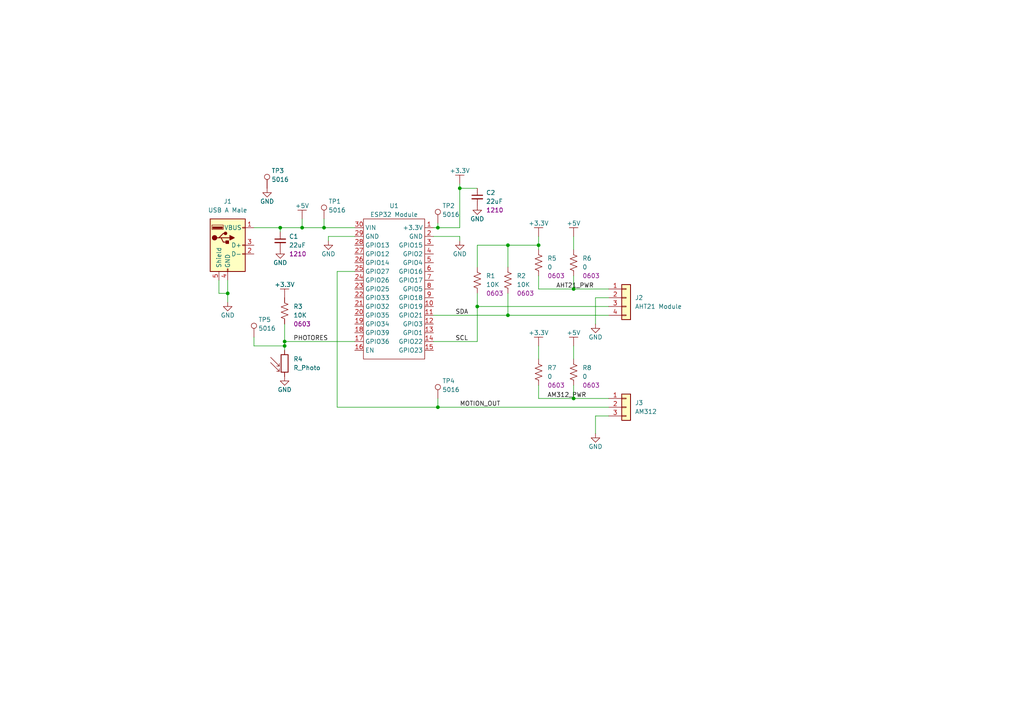
<source format=kicad_sch>
(kicad_sch (version 20230121) (generator eeschema)

  (uuid 6ee899f6-4393-4520-a0fe-b9d7fb33288b)

  (paper "A4")

  (lib_symbols
    (symbol "Connector:TestPoint" (pin_numbers hide) (pin_names (offset 0.762) hide) (in_bom yes) (on_board yes)
      (property "Reference" "TP" (at 0 6.858 0)
        (effects (font (size 1.27 1.27)))
      )
      (property "Value" "TestPoint" (at 0 5.08 0)
        (effects (font (size 1.27 1.27)))
      )
      (property "Footprint" "" (at 5.08 0 0)
        (effects (font (size 1.27 1.27)) hide)
      )
      (property "Datasheet" "~" (at 5.08 0 0)
        (effects (font (size 1.27 1.27)) hide)
      )
      (property "ki_keywords" "test point tp" (at 0 0 0)
        (effects (font (size 1.27 1.27)) hide)
      )
      (property "ki_description" "test point" (at 0 0 0)
        (effects (font (size 1.27 1.27)) hide)
      )
      (property "ki_fp_filters" "Pin* Test*" (at 0 0 0)
        (effects (font (size 1.27 1.27)) hide)
      )
      (symbol "TestPoint_0_1"
        (circle (center 0 3.302) (radius 0.762)
          (stroke (width 0) (type default))
          (fill (type none))
        )
      )
      (symbol "TestPoint_1_1"
        (pin passive line (at 0 0 90) (length 2.54)
          (name "1" (effects (font (size 1.27 1.27))))
          (number "1" (effects (font (size 1.27 1.27))))
        )
      )
    )
    (symbol "Connector:USB_A" (pin_names (offset 1.016)) (in_bom yes) (on_board yes)
      (property "Reference" "J" (at -5.08 11.43 0)
        (effects (font (size 1.27 1.27)) (justify left))
      )
      (property "Value" "USB_A" (at -5.08 8.89 0)
        (effects (font (size 1.27 1.27)) (justify left))
      )
      (property "Footprint" "" (at 3.81 -1.27 0)
        (effects (font (size 1.27 1.27)) hide)
      )
      (property "Datasheet" " ~" (at 3.81 -1.27 0)
        (effects (font (size 1.27 1.27)) hide)
      )
      (property "ki_keywords" "connector USB" (at 0 0 0)
        (effects (font (size 1.27 1.27)) hide)
      )
      (property "ki_description" "USB Type A connector" (at 0 0 0)
        (effects (font (size 1.27 1.27)) hide)
      )
      (property "ki_fp_filters" "USB*" (at 0 0 0)
        (effects (font (size 1.27 1.27)) hide)
      )
      (symbol "USB_A_0_1"
        (rectangle (start -5.08 -7.62) (end 5.08 7.62)
          (stroke (width 0.254) (type default))
          (fill (type background))
        )
        (circle (center -3.81 2.159) (radius 0.635)
          (stroke (width 0.254) (type default))
          (fill (type outline))
        )
        (rectangle (start -1.524 4.826) (end -4.318 5.334)
          (stroke (width 0) (type default))
          (fill (type outline))
        )
        (rectangle (start -1.27 4.572) (end -4.572 5.842)
          (stroke (width 0) (type default))
          (fill (type none))
        )
        (circle (center -0.635 3.429) (radius 0.381)
          (stroke (width 0.254) (type default))
          (fill (type outline))
        )
        (rectangle (start -0.127 -7.62) (end 0.127 -6.858)
          (stroke (width 0) (type default))
          (fill (type none))
        )
        (polyline
          (pts
            (xy -3.175 2.159)
            (xy -2.54 2.159)
            (xy -1.27 3.429)
            (xy -0.635 3.429)
          )
          (stroke (width 0.254) (type default))
          (fill (type none))
        )
        (polyline
          (pts
            (xy -2.54 2.159)
            (xy -1.905 2.159)
            (xy -1.27 0.889)
            (xy 0 0.889)
          )
          (stroke (width 0.254) (type default))
          (fill (type none))
        )
        (polyline
          (pts
            (xy 0.635 2.794)
            (xy 0.635 1.524)
            (xy 1.905 2.159)
            (xy 0.635 2.794)
          )
          (stroke (width 0.254) (type default))
          (fill (type outline))
        )
        (rectangle (start 0.254 1.27) (end -0.508 0.508)
          (stroke (width 0.254) (type default))
          (fill (type outline))
        )
        (rectangle (start 5.08 -2.667) (end 4.318 -2.413)
          (stroke (width 0) (type default))
          (fill (type none))
        )
        (rectangle (start 5.08 -0.127) (end 4.318 0.127)
          (stroke (width 0) (type default))
          (fill (type none))
        )
        (rectangle (start 5.08 4.953) (end 4.318 5.207)
          (stroke (width 0) (type default))
          (fill (type none))
        )
      )
      (symbol "USB_A_1_1"
        (polyline
          (pts
            (xy -1.905 2.159)
            (xy 0.635 2.159)
          )
          (stroke (width 0.254) (type default))
          (fill (type none))
        )
        (pin power_in line (at 7.62 5.08 180) (length 2.54)
          (name "VBUS" (effects (font (size 1.27 1.27))))
          (number "1" (effects (font (size 1.27 1.27))))
        )
        (pin bidirectional line (at 7.62 -2.54 180) (length 2.54)
          (name "D-" (effects (font (size 1.27 1.27))))
          (number "2" (effects (font (size 1.27 1.27))))
        )
        (pin bidirectional line (at 7.62 0 180) (length 2.54)
          (name "D+" (effects (font (size 1.27 1.27))))
          (number "3" (effects (font (size 1.27 1.27))))
        )
        (pin power_in line (at 0 -10.16 90) (length 2.54)
          (name "GND" (effects (font (size 1.27 1.27))))
          (number "4" (effects (font (size 1.27 1.27))))
        )
        (pin passive line (at -2.54 -10.16 90) (length 2.54)
          (name "Shield" (effects (font (size 1.27 1.27))))
          (number "5" (effects (font (size 1.27 1.27))))
        )
      )
    )
    (symbol "Connector_Generic:Conn_01x03" (pin_names (offset 1.016) hide) (in_bom yes) (on_board yes)
      (property "Reference" "J" (at 0 5.08 0)
        (effects (font (size 1.27 1.27)))
      )
      (property "Value" "Conn_01x03" (at 0 -5.08 0)
        (effects (font (size 1.27 1.27)))
      )
      (property "Footprint" "" (at 0 0 0)
        (effects (font (size 1.27 1.27)) hide)
      )
      (property "Datasheet" "~" (at 0 0 0)
        (effects (font (size 1.27 1.27)) hide)
      )
      (property "ki_keywords" "connector" (at 0 0 0)
        (effects (font (size 1.27 1.27)) hide)
      )
      (property "ki_description" "Generic connector, single row, 01x03, script generated (kicad-library-utils/schlib/autogen/connector/)" (at 0 0 0)
        (effects (font (size 1.27 1.27)) hide)
      )
      (property "ki_fp_filters" "Connector*:*_1x??_*" (at 0 0 0)
        (effects (font (size 1.27 1.27)) hide)
      )
      (symbol "Conn_01x03_1_1"
        (rectangle (start -1.27 -2.413) (end 0 -2.667)
          (stroke (width 0.1524) (type default))
          (fill (type none))
        )
        (rectangle (start -1.27 0.127) (end 0 -0.127)
          (stroke (width 0.1524) (type default))
          (fill (type none))
        )
        (rectangle (start -1.27 2.667) (end 0 2.413)
          (stroke (width 0.1524) (type default))
          (fill (type none))
        )
        (rectangle (start -1.27 3.81) (end 1.27 -3.81)
          (stroke (width 0.254) (type default))
          (fill (type background))
        )
        (pin passive line (at -5.08 2.54 0) (length 3.81)
          (name "Pin_1" (effects (font (size 1.27 1.27))))
          (number "1" (effects (font (size 1.27 1.27))))
        )
        (pin passive line (at -5.08 0 0) (length 3.81)
          (name "Pin_2" (effects (font (size 1.27 1.27))))
          (number "2" (effects (font (size 1.27 1.27))))
        )
        (pin passive line (at -5.08 -2.54 0) (length 3.81)
          (name "Pin_3" (effects (font (size 1.27 1.27))))
          (number "3" (effects (font (size 1.27 1.27))))
        )
      )
    )
    (symbol "Connector_Generic:Conn_01x04" (pin_names (offset 1.016) hide) (in_bom yes) (on_board yes)
      (property "Reference" "J" (at 0 5.08 0)
        (effects (font (size 1.27 1.27)))
      )
      (property "Value" "Conn_01x04" (at 0 -7.62 0)
        (effects (font (size 1.27 1.27)))
      )
      (property "Footprint" "" (at 0 0 0)
        (effects (font (size 1.27 1.27)) hide)
      )
      (property "Datasheet" "~" (at 0 0 0)
        (effects (font (size 1.27 1.27)) hide)
      )
      (property "ki_keywords" "connector" (at 0 0 0)
        (effects (font (size 1.27 1.27)) hide)
      )
      (property "ki_description" "Generic connector, single row, 01x04, script generated (kicad-library-utils/schlib/autogen/connector/)" (at 0 0 0)
        (effects (font (size 1.27 1.27)) hide)
      )
      (property "ki_fp_filters" "Connector*:*_1x??_*" (at 0 0 0)
        (effects (font (size 1.27 1.27)) hide)
      )
      (symbol "Conn_01x04_1_1"
        (rectangle (start -1.27 -4.953) (end 0 -5.207)
          (stroke (width 0.1524) (type default))
          (fill (type none))
        )
        (rectangle (start -1.27 -2.413) (end 0 -2.667)
          (stroke (width 0.1524) (type default))
          (fill (type none))
        )
        (rectangle (start -1.27 0.127) (end 0 -0.127)
          (stroke (width 0.1524) (type default))
          (fill (type none))
        )
        (rectangle (start -1.27 2.667) (end 0 2.413)
          (stroke (width 0.1524) (type default))
          (fill (type none))
        )
        (rectangle (start -1.27 3.81) (end 1.27 -6.35)
          (stroke (width 0.254) (type default))
          (fill (type background))
        )
        (pin passive line (at -5.08 2.54 0) (length 3.81)
          (name "Pin_1" (effects (font (size 1.27 1.27))))
          (number "1" (effects (font (size 1.27 1.27))))
        )
        (pin passive line (at -5.08 0 0) (length 3.81)
          (name "Pin_2" (effects (font (size 1.27 1.27))))
          (number "2" (effects (font (size 1.27 1.27))))
        )
        (pin passive line (at -5.08 -2.54 0) (length 3.81)
          (name "Pin_3" (effects (font (size 1.27 1.27))))
          (number "3" (effects (font (size 1.27 1.27))))
        )
        (pin passive line (at -5.08 -5.08 0) (length 3.81)
          (name "Pin_4" (effects (font (size 1.27 1.27))))
          (number "4" (effects (font (size 1.27 1.27))))
        )
      )
    )
    (symbol "Device:C_Small" (pin_numbers hide) (pin_names (offset 0.254) hide) (in_bom yes) (on_board yes)
      (property "Reference" "C" (at 0.254 1.778 0)
        (effects (font (size 1.27 1.27)) (justify left))
      )
      (property "Value" "C_Small" (at 0.254 -2.032 0)
        (effects (font (size 1.27 1.27)) (justify left))
      )
      (property "Footprint" "" (at 0 0 0)
        (effects (font (size 1.27 1.27)) hide)
      )
      (property "Datasheet" "~" (at 0 0 0)
        (effects (font (size 1.27 1.27)) hide)
      )
      (property "ki_keywords" "capacitor cap" (at 0 0 0)
        (effects (font (size 1.27 1.27)) hide)
      )
      (property "ki_description" "Unpolarized capacitor, small symbol" (at 0 0 0)
        (effects (font (size 1.27 1.27)) hide)
      )
      (property "ki_fp_filters" "C_*" (at 0 0 0)
        (effects (font (size 1.27 1.27)) hide)
      )
      (symbol "C_Small_0_1"
        (polyline
          (pts
            (xy -1.524 -0.508)
            (xy 1.524 -0.508)
          )
          (stroke (width 0.3302) (type default))
          (fill (type none))
        )
        (polyline
          (pts
            (xy -1.524 0.508)
            (xy 1.524 0.508)
          )
          (stroke (width 0.3048) (type default))
          (fill (type none))
        )
      )
      (symbol "C_Small_1_1"
        (pin passive line (at 0 2.54 270) (length 2.032)
          (name "~" (effects (font (size 1.27 1.27))))
          (number "1" (effects (font (size 1.27 1.27))))
        )
        (pin passive line (at 0 -2.54 90) (length 2.032)
          (name "~" (effects (font (size 1.27 1.27))))
          (number "2" (effects (font (size 1.27 1.27))))
        )
      )
    )
    (symbol "Device:R_Photo" (pin_numbers hide) (pin_names (offset 0)) (in_bom yes) (on_board yes)
      (property "Reference" "R" (at 1.27 1.27 0)
        (effects (font (size 1.27 1.27)) (justify left))
      )
      (property "Value" "R_Photo" (at 1.27 0 0)
        (effects (font (size 1.27 1.27)) (justify left top))
      )
      (property "Footprint" "" (at 1.27 -6.35 90)
        (effects (font (size 1.27 1.27)) (justify left) hide)
      )
      (property "Datasheet" "~" (at 0 -1.27 0)
        (effects (font (size 1.27 1.27)) hide)
      )
      (property "ki_keywords" "resistor variable light sensitive opto LDR" (at 0 0 0)
        (effects (font (size 1.27 1.27)) hide)
      )
      (property "ki_description" "Photoresistor" (at 0 0 0)
        (effects (font (size 1.27 1.27)) hide)
      )
      (property "ki_fp_filters" "*LDR* R?LDR*" (at 0 0 0)
        (effects (font (size 1.27 1.27)) hide)
      )
      (symbol "R_Photo_0_1"
        (rectangle (start -1.016 2.54) (end 1.016 -2.54)
          (stroke (width 0.254) (type default))
          (fill (type none))
        )
        (polyline
          (pts
            (xy -1.524 -2.286)
            (xy -4.064 0.254)
          )
          (stroke (width 0) (type default))
          (fill (type none))
        )
        (polyline
          (pts
            (xy -1.524 -2.286)
            (xy -2.286 -2.286)
          )
          (stroke (width 0) (type default))
          (fill (type none))
        )
        (polyline
          (pts
            (xy -1.524 -2.286)
            (xy -1.524 -1.524)
          )
          (stroke (width 0) (type default))
          (fill (type none))
        )
        (polyline
          (pts
            (xy -1.524 -0.762)
            (xy -4.064 1.778)
          )
          (stroke (width 0) (type default))
          (fill (type none))
        )
        (polyline
          (pts
            (xy -1.524 -0.762)
            (xy -2.286 -0.762)
          )
          (stroke (width 0) (type default))
          (fill (type none))
        )
        (polyline
          (pts
            (xy -1.524 -0.762)
            (xy -1.524 0)
          )
          (stroke (width 0) (type default))
          (fill (type none))
        )
      )
      (symbol "R_Photo_1_1"
        (pin passive line (at 0 3.81 270) (length 1.27)
          (name "~" (effects (font (size 1.27 1.27))))
          (number "1" (effects (font (size 1.27 1.27))))
        )
        (pin passive line (at 0 -3.81 90) (length 1.27)
          (name "~" (effects (font (size 1.27 1.27))))
          (number "2" (effects (font (size 1.27 1.27))))
        )
      )
    )
    (symbol "Device:R_US" (pin_numbers hide) (pin_names (offset 0)) (in_bom yes) (on_board yes)
      (property "Reference" "R" (at 2.54 0 90)
        (effects (font (size 1.27 1.27)))
      )
      (property "Value" "R_US" (at -2.54 0 90)
        (effects (font (size 1.27 1.27)))
      )
      (property "Footprint" "" (at 1.016 -0.254 90)
        (effects (font (size 1.27 1.27)) hide)
      )
      (property "Datasheet" "~" (at 0 0 0)
        (effects (font (size 1.27 1.27)) hide)
      )
      (property "ki_keywords" "R res resistor" (at 0 0 0)
        (effects (font (size 1.27 1.27)) hide)
      )
      (property "ki_description" "Resistor, US symbol" (at 0 0 0)
        (effects (font (size 1.27 1.27)) hide)
      )
      (property "ki_fp_filters" "R_*" (at 0 0 0)
        (effects (font (size 1.27 1.27)) hide)
      )
      (symbol "R_US_0_1"
        (polyline
          (pts
            (xy 0 -2.286)
            (xy 0 -2.54)
          )
          (stroke (width 0) (type default))
          (fill (type none))
        )
        (polyline
          (pts
            (xy 0 2.286)
            (xy 0 2.54)
          )
          (stroke (width 0) (type default))
          (fill (type none))
        )
        (polyline
          (pts
            (xy 0 -0.762)
            (xy 1.016 -1.143)
            (xy 0 -1.524)
            (xy -1.016 -1.905)
            (xy 0 -2.286)
          )
          (stroke (width 0) (type default))
          (fill (type none))
        )
        (polyline
          (pts
            (xy 0 0.762)
            (xy 1.016 0.381)
            (xy 0 0)
            (xy -1.016 -0.381)
            (xy 0 -0.762)
          )
          (stroke (width 0) (type default))
          (fill (type none))
        )
        (polyline
          (pts
            (xy 0 2.286)
            (xy 1.016 1.905)
            (xy 0 1.524)
            (xy -1.016 1.143)
            (xy 0 0.762)
          )
          (stroke (width 0) (type default))
          (fill (type none))
        )
      )
      (symbol "R_US_1_1"
        (pin passive line (at 0 3.81 270) (length 1.27)
          (name "~" (effects (font (size 1.27 1.27))))
          (number "1" (effects (font (size 1.27 1.27))))
        )
        (pin passive line (at 0 -3.81 90) (length 1.27)
          (name "~" (effects (font (size 1.27 1.27))))
          (number "2" (effects (font (size 1.27 1.27))))
        )
      )
    )
    (symbol "Jannett_Symbol_Library:+3.3V" (power) (pin_names (offset 0)) (in_bom yes) (on_board yes)
      (property "Reference" "#PWR" (at 0 -3.81 0)
        (effects (font (size 1.27 1.27)) hide)
      )
      (property "Value" "+3.3V" (at 0 3.81 0)
        (effects (font (size 1.27 1.27)))
      )
      (property "Footprint" "" (at 0 0 0)
        (effects (font (size 1.27 1.27)) hide)
      )
      (property "Datasheet" "" (at 0 0 0)
        (effects (font (size 1.27 1.27)) hide)
      )
      (property "ki_keywords" "power-flag" (at 0 0 0)
        (effects (font (size 1.27 1.27)) hide)
      )
      (property "ki_description" "Power symbol creates a global label with name \"+3.3V\"" (at 0 0 0)
        (effects (font (size 1.27 1.27)) hide)
      )
      (symbol "+3.3V_0_1"
        (polyline
          (pts
            (xy -1.27 2.54)
            (xy 1.27 2.54)
          )
          (stroke (width 0) (type default))
          (fill (type none))
        )
        (polyline
          (pts
            (xy 0 0)
            (xy 0 2.54)
          )
          (stroke (width 0) (type default))
          (fill (type none))
        )
      )
      (symbol "+3.3V_1_1"
        (pin power_in line (at 0 0 90) (length 0) hide
          (name "+3.3V" (effects (font (size 1.27 1.27))))
          (number "1" (effects (font (size 1.27 1.27))))
        )
      )
    )
    (symbol "Jannett_Symbol_Library:+5V" (power) (pin_names (offset 0)) (in_bom yes) (on_board yes)
      (property "Reference" "#PWR" (at 0 -3.81 0)
        (effects (font (size 1.27 1.27)) hide)
      )
      (property "Value" "+5V" (at 0 3.81 0)
        (effects (font (size 1.27 1.27)))
      )
      (property "Footprint" "" (at 0 0 0)
        (effects (font (size 1.27 1.27)) hide)
      )
      (property "Datasheet" "" (at 0 0 0)
        (effects (font (size 1.27 1.27)) hide)
      )
      (property "ki_keywords" "power-flag" (at 0 0 0)
        (effects (font (size 1.27 1.27)) hide)
      )
      (property "ki_description" "Power symbol creates a global label with name \"+5V\"" (at 0 0 0)
        (effects (font (size 1.27 1.27)) hide)
      )
      (symbol "+5V_0_1"
        (polyline
          (pts
            (xy -1.27 2.54)
            (xy 1.27 2.54)
          )
          (stroke (width 0) (type default))
          (fill (type none))
        )
        (polyline
          (pts
            (xy 0 0)
            (xy 0 2.54)
          )
          (stroke (width 0) (type default))
          (fill (type none))
        )
      )
      (symbol "+5V_1_1"
        (pin power_in line (at 0 0 90) (length 0) hide
          (name "+5V" (effects (font (size 1.27 1.27))))
          (number "1" (effects (font (size 1.27 1.27))))
        )
      )
    )
    (symbol "Jannett_Symbol_Library:ESP32_Module" (in_bom yes) (on_board yes)
      (property "Reference" "U" (at 0 0 0)
        (effects (font (size 1.27 1.27)))
      )
      (property "Value" "" (at 0 0 0)
        (effects (font (size 1.27 1.27)))
      )
      (property "Footprint" "Jarrett_Footprint_Library:ESP32_MODULE" (at 0 0 0)
        (effects (font (size 1.27 1.27)) hide)
      )
      (property "Datasheet" "" (at 0 0 0)
        (effects (font (size 1.27 1.27)) hide)
      )
      (symbol "ESP32_Module_0_1"
        (rectangle (start 0 -1.27) (end 17.78 -41.91)
          (stroke (width 0) (type default))
          (fill (type none))
        )
      )
      (symbol "ESP32_Module_1_1"
        (pin power_in line (at -2.54 -3.81 0) (length 2.54)
          (name "+3.3V" (effects (font (size 1.27 1.27))))
          (number "1" (effects (font (size 1.27 1.27))))
        )
        (pin bidirectional line (at -2.54 -26.67 0) (length 2.54)
          (name "GPIO19" (effects (font (size 1.27 1.27))))
          (number "10" (effects (font (size 1.27 1.27))))
        )
        (pin bidirectional line (at -2.54 -29.21 0) (length 2.54)
          (name "GPIO21" (effects (font (size 1.27 1.27))))
          (number "11" (effects (font (size 1.27 1.27))))
        )
        (pin bidirectional line (at -2.54 -31.75 0) (length 2.54)
          (name "GPIO3" (effects (font (size 1.27 1.27))))
          (number "12" (effects (font (size 1.27 1.27))))
        )
        (pin bidirectional line (at -2.54 -34.29 0) (length 2.54)
          (name "GPIO1" (effects (font (size 1.27 1.27))))
          (number "13" (effects (font (size 1.27 1.27))))
        )
        (pin bidirectional line (at -2.54 -36.83 0) (length 2.54)
          (name "GPIO22" (effects (font (size 1.27 1.27))))
          (number "14" (effects (font (size 1.27 1.27))))
        )
        (pin bidirectional line (at -2.54 -39.37 0) (length 2.54)
          (name "GPIO23" (effects (font (size 1.27 1.27))))
          (number "15" (effects (font (size 1.27 1.27))))
        )
        (pin bidirectional line (at 20.32 -39.37 180) (length 2.54)
          (name "EN" (effects (font (size 1.27 1.27))))
          (number "16" (effects (font (size 1.27 1.27))))
        )
        (pin bidirectional line (at 20.32 -36.83 180) (length 2.54)
          (name "GPIO36" (effects (font (size 1.27 1.27))))
          (number "17" (effects (font (size 1.27 1.27))))
        )
        (pin bidirectional line (at 20.32 -34.29 180) (length 2.54)
          (name "GPIO39" (effects (font (size 1.27 1.27))))
          (number "18" (effects (font (size 1.27 1.27))))
        )
        (pin bidirectional line (at 20.32 -31.75 180) (length 2.54)
          (name "GPIO34" (effects (font (size 1.27 1.27))))
          (number "19" (effects (font (size 1.27 1.27))))
        )
        (pin power_in line (at -2.54 -6.35 0) (length 2.54)
          (name "GND" (effects (font (size 1.27 1.27))))
          (number "2" (effects (font (size 1.27 1.27))))
        )
        (pin bidirectional line (at 20.32 -29.21 180) (length 2.54)
          (name "GPIO35" (effects (font (size 1.27 1.27))))
          (number "20" (effects (font (size 1.27 1.27))))
        )
        (pin bidirectional line (at 20.32 -26.67 180) (length 2.54)
          (name "GPIO32" (effects (font (size 1.27 1.27))))
          (number "21" (effects (font (size 1.27 1.27))))
        )
        (pin bidirectional line (at 20.32 -24.13 180) (length 2.54)
          (name "GPIO33" (effects (font (size 1.27 1.27))))
          (number "22" (effects (font (size 1.27 1.27))))
        )
        (pin bidirectional line (at 20.32 -21.59 180) (length 2.54)
          (name "GPIO25" (effects (font (size 1.27 1.27))))
          (number "23" (effects (font (size 1.27 1.27))))
        )
        (pin bidirectional line (at 20.32 -19.05 180) (length 2.54)
          (name "GPIO26" (effects (font (size 1.27 1.27))))
          (number "24" (effects (font (size 1.27 1.27))))
        )
        (pin bidirectional line (at 20.32 -16.51 180) (length 2.54)
          (name "GPIO27" (effects (font (size 1.27 1.27))))
          (number "25" (effects (font (size 1.27 1.27))))
        )
        (pin bidirectional line (at 20.32 -13.97 180) (length 2.54)
          (name "GPIO14" (effects (font (size 1.27 1.27))))
          (number "26" (effects (font (size 1.27 1.27))))
        )
        (pin bidirectional line (at 20.32 -11.43 180) (length 2.54)
          (name "GPIO12" (effects (font (size 1.27 1.27))))
          (number "27" (effects (font (size 1.27 1.27))))
        )
        (pin bidirectional line (at 20.32 -8.89 180) (length 2.54)
          (name "GPIO13" (effects (font (size 1.27 1.27))))
          (number "28" (effects (font (size 1.27 1.27))))
        )
        (pin power_in line (at 20.32 -6.35 180) (length 2.54)
          (name "GND" (effects (font (size 1.27 1.27))))
          (number "29" (effects (font (size 1.27 1.27))))
        )
        (pin bidirectional line (at -2.54 -8.89 0) (length 2.54)
          (name "GPIO15" (effects (font (size 1.27 1.27))))
          (number "3" (effects (font (size 1.27 1.27))))
        )
        (pin power_in line (at 20.32 -3.81 180) (length 2.54)
          (name "VIN" (effects (font (size 1.27 1.27))))
          (number "30" (effects (font (size 1.27 1.27))))
        )
        (pin bidirectional line (at -2.54 -11.43 0) (length 2.54)
          (name "GPIO2" (effects (font (size 1.27 1.27))))
          (number "4" (effects (font (size 1.27 1.27))))
        )
        (pin bidirectional line (at -2.54 -13.97 0) (length 2.54)
          (name "GPIO4" (effects (font (size 1.27 1.27))))
          (number "5" (effects (font (size 1.27 1.27))))
        )
        (pin bidirectional line (at -2.54 -16.51 0) (length 2.54)
          (name "GPIO16" (effects (font (size 1.27 1.27))))
          (number "6" (effects (font (size 1.27 1.27))))
        )
        (pin bidirectional line (at -2.54 -19.05 0) (length 2.54)
          (name "GPIO17" (effects (font (size 1.27 1.27))))
          (number "7" (effects (font (size 1.27 1.27))))
        )
        (pin bidirectional line (at -2.54 -21.59 0) (length 2.54)
          (name "GPIO5" (effects (font (size 1.27 1.27))))
          (number "8" (effects (font (size 1.27 1.27))))
        )
        (pin bidirectional line (at -2.54 -24.13 0) (length 2.54)
          (name "GPIO18" (effects (font (size 1.27 1.27))))
          (number "9" (effects (font (size 1.27 1.27))))
        )
      )
    )
    (symbol "power:GND" (power) (pin_names (offset 0)) (in_bom yes) (on_board yes)
      (property "Reference" "#PWR" (at 0 -6.35 0)
        (effects (font (size 1.27 1.27)) hide)
      )
      (property "Value" "GND" (at 0 -3.81 0)
        (effects (font (size 1.27 1.27)))
      )
      (property "Footprint" "" (at 0 0 0)
        (effects (font (size 1.27 1.27)) hide)
      )
      (property "Datasheet" "" (at 0 0 0)
        (effects (font (size 1.27 1.27)) hide)
      )
      (property "ki_keywords" "global power" (at 0 0 0)
        (effects (font (size 1.27 1.27)) hide)
      )
      (property "ki_description" "Power symbol creates a global label with name \"GND\" , ground" (at 0 0 0)
        (effects (font (size 1.27 1.27)) hide)
      )
      (symbol "GND_0_1"
        (polyline
          (pts
            (xy 0 0)
            (xy 0 -1.27)
            (xy 1.27 -1.27)
            (xy 0 -2.54)
            (xy -1.27 -1.27)
            (xy 0 -1.27)
          )
          (stroke (width 0) (type default))
          (fill (type none))
        )
      )
      (symbol "GND_1_1"
        (pin power_in line (at 0 0 270) (length 0) hide
          (name "GND" (effects (font (size 1.27 1.27))))
          (number "1" (effects (font (size 1.27 1.27))))
        )
      )
    )
  )

  (junction (at 87.63 66.04) (diameter 0) (color 0 0 0 0)
    (uuid 043ce810-eef4-4cb5-8a6e-3f9bc57e18a5)
  )
  (junction (at 138.43 88.9) (diameter 0) (color 0 0 0 0)
    (uuid 09449495-6efd-4ccf-8ee8-2b9931751f6d)
  )
  (junction (at 147.32 91.44) (diameter 0) (color 0 0 0 0)
    (uuid 0a3c594a-8d70-472b-98cd-6253f7f1124c)
  )
  (junction (at 166.37 83.82) (diameter 0) (color 0 0 0 0)
    (uuid 0be29085-38db-43ff-a8ce-cb1658be4b1b)
  )
  (junction (at 147.32 71.12) (diameter 0) (color 0 0 0 0)
    (uuid 0d5a3710-67ff-4fed-86d2-277ef75ca8df)
  )
  (junction (at 82.55 100.33) (diameter 0) (color 0 0 0 0)
    (uuid 154daa9d-9ed9-41c6-8bee-3b51e44ed778)
  )
  (junction (at 66.04 85.09) (diameter 0) (color 0 0 0 0)
    (uuid 2ee296c5-cb3d-4784-bf6d-3d23795e66b3)
  )
  (junction (at 93.98 66.04) (diameter 0) (color 0 0 0 0)
    (uuid 3a78e020-3b9d-4fb6-aa18-ff246d37fc85)
  )
  (junction (at 156.21 71.12) (diameter 0) (color 0 0 0 0)
    (uuid 4d691b87-9e9f-438b-ac02-fe35fd575758)
  )
  (junction (at 82.55 99.06) (diameter 0) (color 0 0 0 0)
    (uuid 4f54c68e-235d-47ee-825e-2f804ae9f303)
  )
  (junction (at 133.35 54.61) (diameter 0) (color 0 0 0 0)
    (uuid 536d5ba0-1664-4789-921b-ea3aa27c3698)
  )
  (junction (at 81.28 66.04) (diameter 0) (color 0 0 0 0)
    (uuid 5c778432-baf2-4a99-8279-5022ac4dfbc8)
  )
  (junction (at 127 118.11) (diameter 0) (color 0 0 0 0)
    (uuid 7928a8a7-75b6-4c4a-810b-7ec5c06ded16)
  )
  (junction (at 166.37 115.57) (diameter 0) (color 0 0 0 0)
    (uuid 8151fbb0-0e57-4ca5-abb0-601966cede97)
  )
  (junction (at 127 66.04) (diameter 0) (color 0 0 0 0)
    (uuid ce2b7088-8786-4812-a2c5-119398c813f5)
  )

  (wire (pts (xy 63.5 85.09) (xy 63.5 81.28))
    (stroke (width 0) (type default))
    (uuid 0223d17d-b4bd-479c-946f-ce336becd0cd)
  )
  (wire (pts (xy 156.21 68.58) (xy 156.21 71.12))
    (stroke (width 0) (type default))
    (uuid 0a4feeab-9ff1-485e-93a5-57ed077c14d6)
  )
  (wire (pts (xy 133.35 54.61) (xy 133.35 66.04))
    (stroke (width 0) (type default))
    (uuid 0b8c55e3-68d8-462d-b86b-21a8bfb65c67)
  )
  (wire (pts (xy 138.43 77.47) (xy 138.43 71.12))
    (stroke (width 0) (type default))
    (uuid 1627e34b-b2ef-463f-ac30-2fd36168ebb1)
  )
  (wire (pts (xy 176.53 120.65) (xy 172.72 120.65))
    (stroke (width 0) (type default))
    (uuid 16b9589a-e631-4c4b-b704-972fd4cff870)
  )
  (wire (pts (xy 97.79 78.74) (xy 97.79 118.11))
    (stroke (width 0) (type default))
    (uuid 1c3c6454-f2d4-4c66-b0c5-5a5c907bfd6c)
  )
  (wire (pts (xy 81.28 66.04) (xy 87.63 66.04))
    (stroke (width 0) (type default))
    (uuid 21c3cf5c-a82e-4a67-9365-e0dc687fdf1d)
  )
  (wire (pts (xy 102.87 78.74) (xy 97.79 78.74))
    (stroke (width 0) (type default))
    (uuid 22ff0c5a-ac2a-41cd-9343-12ecefe353a9)
  )
  (wire (pts (xy 93.98 66.04) (xy 102.87 66.04))
    (stroke (width 0) (type default))
    (uuid 2425ff91-6e93-4032-9b6f-529c20fc46e7)
  )
  (wire (pts (xy 166.37 100.33) (xy 166.37 104.14))
    (stroke (width 0) (type default))
    (uuid 265ead2b-dd95-4890-9e14-7a220ae8ff63)
  )
  (wire (pts (xy 73.66 100.33) (xy 82.55 100.33))
    (stroke (width 0) (type default))
    (uuid 27d2d433-8b7b-4780-b808-59ef7e8a0224)
  )
  (wire (pts (xy 82.55 93.98) (xy 82.55 99.06))
    (stroke (width 0) (type default))
    (uuid 2945407a-d3bb-4962-b11d-867ad6fe9e3d)
  )
  (wire (pts (xy 166.37 83.82) (xy 166.37 80.01))
    (stroke (width 0) (type default))
    (uuid 30eacbd2-1874-4259-83f3-2659556e34bf)
  )
  (wire (pts (xy 172.72 86.36) (xy 172.72 93.98))
    (stroke (width 0) (type default))
    (uuid 3ebbeb8a-888c-4de0-9022-20e682c49540)
  )
  (wire (pts (xy 125.73 66.04) (xy 127 66.04))
    (stroke (width 0) (type default))
    (uuid 45892298-fd4c-4a5e-9ab2-9252f487b28c)
  )
  (wire (pts (xy 156.21 83.82) (xy 166.37 83.82))
    (stroke (width 0) (type default))
    (uuid 4a704be1-8f2a-4265-9cd7-f10920632ecf)
  )
  (wire (pts (xy 138.43 85.09) (xy 138.43 88.9))
    (stroke (width 0) (type default))
    (uuid 4e681476-6686-4283-95bf-e811fcaf0b3f)
  )
  (wire (pts (xy 102.87 68.58) (xy 95.25 68.58))
    (stroke (width 0) (type default))
    (uuid 589c3ed2-e9dc-4849-9de2-b16efbed3ba6)
  )
  (wire (pts (xy 156.21 111.76) (xy 156.21 115.57))
    (stroke (width 0) (type default))
    (uuid 5b13262c-cfc1-496f-ba8f-bb76a2876b65)
  )
  (wire (pts (xy 166.37 115.57) (xy 166.37 111.76))
    (stroke (width 0) (type default))
    (uuid 663f0546-9752-4c52-ac81-a028e8bae65f)
  )
  (wire (pts (xy 82.55 99.06) (xy 82.55 100.33))
    (stroke (width 0) (type default))
    (uuid 66c0e27f-fa1c-45f1-97fa-57b47f646e3e)
  )
  (wire (pts (xy 66.04 81.28) (xy 66.04 85.09))
    (stroke (width 0) (type default))
    (uuid 6f0d1c5f-3434-4fcc-a649-ca07963369ae)
  )
  (wire (pts (xy 156.21 115.57) (xy 166.37 115.57))
    (stroke (width 0) (type default))
    (uuid 6fb4d936-a3dd-497c-9a9e-c412b49c5a32)
  )
  (wire (pts (xy 172.72 120.65) (xy 172.72 125.73))
    (stroke (width 0) (type default))
    (uuid 723875e4-6b41-4fb3-95ae-5082a9cfcb8f)
  )
  (wire (pts (xy 133.35 68.58) (xy 133.35 69.85))
    (stroke (width 0) (type default))
    (uuid 7396940d-3c73-4cdb-b41c-0a839fda32b3)
  )
  (wire (pts (xy 147.32 71.12) (xy 147.32 77.47))
    (stroke (width 0) (type default))
    (uuid 7846a41d-285e-401b-a863-e216320515e7)
  )
  (wire (pts (xy 156.21 100.33) (xy 156.21 104.14))
    (stroke (width 0) (type default))
    (uuid 78adee46-dfb0-40e6-91c0-17c31c38a1f7)
  )
  (wire (pts (xy 138.43 88.9) (xy 176.53 88.9))
    (stroke (width 0) (type default))
    (uuid 7f9d852a-0080-4964-904d-a33af596efc7)
  )
  (wire (pts (xy 66.04 85.09) (xy 63.5 85.09))
    (stroke (width 0) (type default))
    (uuid 801b162d-fcc1-43ee-9f03-c3310ee945eb)
  )
  (wire (pts (xy 176.53 86.36) (xy 172.72 86.36))
    (stroke (width 0) (type default))
    (uuid 82a89c1f-ea2d-4741-b553-b3eb35f120c0)
  )
  (wire (pts (xy 166.37 83.82) (xy 176.53 83.82))
    (stroke (width 0) (type default))
    (uuid 83243e2b-7baf-4097-ac8d-1ec8196954b6)
  )
  (wire (pts (xy 156.21 80.01) (xy 156.21 83.82))
    (stroke (width 0) (type default))
    (uuid 8454de7b-e2da-40e8-b9e1-dd9307457884)
  )
  (wire (pts (xy 125.73 91.44) (xy 147.32 91.44))
    (stroke (width 0) (type default))
    (uuid 8b80b095-c0d9-4c36-92be-ee41e9638387)
  )
  (wire (pts (xy 127 118.11) (xy 176.53 118.11))
    (stroke (width 0) (type default))
    (uuid 948634eb-d690-44f8-ab04-5dc6667133db)
  )
  (wire (pts (xy 127 115.57) (xy 127 118.11))
    (stroke (width 0) (type default))
    (uuid 9719dc23-98a6-4d43-8dfb-924f2cc36ad3)
  )
  (wire (pts (xy 82.55 100.33) (xy 82.55 101.6))
    (stroke (width 0) (type default))
    (uuid 99ac19c2-d87d-43c7-a80b-f78443f401a4)
  )
  (wire (pts (xy 138.43 88.9) (xy 138.43 99.06))
    (stroke (width 0) (type default))
    (uuid 9d4ca02b-063a-4775-a217-15a278a3a94d)
  )
  (wire (pts (xy 87.63 66.04) (xy 93.98 66.04))
    (stroke (width 0) (type default))
    (uuid a593ee0b-ef05-4174-aea3-7a36b94dfb76)
  )
  (wire (pts (xy 125.73 68.58) (xy 133.35 68.58))
    (stroke (width 0) (type default))
    (uuid a650287b-658f-4431-84ac-2fac632f39f2)
  )
  (wire (pts (xy 93.98 63.5) (xy 93.98 66.04))
    (stroke (width 0) (type default))
    (uuid aca93946-7137-4993-b75e-585e35251cf5)
  )
  (wire (pts (xy 156.21 71.12) (xy 156.21 72.39))
    (stroke (width 0) (type default))
    (uuid ada28ba4-2dab-4a8f-9bef-defc2ee3ce77)
  )
  (wire (pts (xy 127 66.04) (xy 133.35 66.04))
    (stroke (width 0) (type default))
    (uuid af0b045a-39b5-454c-bc7a-f179dc46d50d)
  )
  (wire (pts (xy 73.66 66.04) (xy 81.28 66.04))
    (stroke (width 0) (type default))
    (uuid b2e4045d-9a39-47f3-82a9-4c46d343aefb)
  )
  (wire (pts (xy 138.43 71.12) (xy 147.32 71.12))
    (stroke (width 0) (type default))
    (uuid b4751cf5-4b47-4647-bfef-8c5105db7556)
  )
  (wire (pts (xy 166.37 115.57) (xy 176.53 115.57))
    (stroke (width 0) (type default))
    (uuid b9edcb22-8770-4337-b660-cd1879493cc0)
  )
  (wire (pts (xy 125.73 99.06) (xy 138.43 99.06))
    (stroke (width 0) (type default))
    (uuid bbbd880f-c10d-48aa-907c-0d708e0e2fac)
  )
  (wire (pts (xy 66.04 85.09) (xy 66.04 87.63))
    (stroke (width 0) (type default))
    (uuid bbcfb936-88b8-4928-ac87-a1e9d346378a)
  )
  (wire (pts (xy 95.25 68.58) (xy 95.25 69.85))
    (stroke (width 0) (type default))
    (uuid bc4fa1b1-c076-4bde-94b1-7ea48bd80050)
  )
  (wire (pts (xy 147.32 85.09) (xy 147.32 91.44))
    (stroke (width 0) (type default))
    (uuid c02ee42c-68aa-486b-bf03-aa1b07f1448f)
  )
  (wire (pts (xy 87.63 63.5) (xy 87.63 66.04))
    (stroke (width 0) (type default))
    (uuid cb15dc49-9647-4be2-812f-dd3a45440228)
  )
  (wire (pts (xy 81.28 66.04) (xy 81.28 67.31))
    (stroke (width 0) (type default))
    (uuid ce62eada-d31e-4621-a1e2-d55230700694)
  )
  (wire (pts (xy 147.32 91.44) (xy 176.53 91.44))
    (stroke (width 0) (type default))
    (uuid da463e13-69c9-4498-9066-3c82d5355a75)
  )
  (wire (pts (xy 73.66 97.79) (xy 73.66 100.33))
    (stroke (width 0) (type default))
    (uuid dcd348da-bbf7-4a67-88c4-252b87706b54)
  )
  (wire (pts (xy 97.79 118.11) (xy 127 118.11))
    (stroke (width 0) (type default))
    (uuid e97627c8-4648-470f-9c28-65e9742ace74)
  )
  (wire (pts (xy 147.32 71.12) (xy 156.21 71.12))
    (stroke (width 0) (type default))
    (uuid eb996603-3bde-4a8d-92a9-b41719142b10)
  )
  (wire (pts (xy 127 64.77) (xy 127 66.04))
    (stroke (width 0) (type default))
    (uuid ee38a903-a4fe-4454-a272-ba520cf5c5b0)
  )
  (wire (pts (xy 133.35 53.34) (xy 133.35 54.61))
    (stroke (width 0) (type default))
    (uuid f09b63bc-6121-4933-bfc1-b942184d2cb2)
  )
  (wire (pts (xy 166.37 68.58) (xy 166.37 72.39))
    (stroke (width 0) (type default))
    (uuid f158e8d7-aeb8-4ae4-935a-bd054fe0b0e5)
  )
  (wire (pts (xy 82.55 99.06) (xy 102.87 99.06))
    (stroke (width 0) (type default))
    (uuid f37972ad-133f-459b-ad17-426b434f1e9b)
  )
  (wire (pts (xy 133.35 54.61) (xy 138.43 54.61))
    (stroke (width 0) (type default))
    (uuid fba4dbc4-0444-4759-956c-105ecc2cea86)
  )

  (label "SCL" (at 132.08 99.06 0) (fields_autoplaced)
    (effects (font (size 1.27 1.27)) (justify left bottom))
    (uuid 605fdcf1-1bd2-417e-9e72-4ee0228cfd92)
  )
  (label "AM312_PWR" (at 158.75 115.57 0) (fields_autoplaced)
    (effects (font (size 1.27 1.27)) (justify left bottom))
    (uuid 63360dfc-7bef-4be6-9a81-6603db3a313a)
  )
  (label "PHOTORES" (at 85.09 99.06 0) (fields_autoplaced)
    (effects (font (size 1.27 1.27)) (justify left bottom))
    (uuid 75b4c26b-e32b-42b9-a587-a9a7c6b0ae3a)
  )
  (label "SDA" (at 132.08 91.44 0) (fields_autoplaced)
    (effects (font (size 1.27 1.27)) (justify left bottom))
    (uuid c57194eb-e9b6-4d4c-a09f-07cfd4435b4f)
  )
  (label "MOTION_OUT" (at 133.35 118.11 0) (fields_autoplaced)
    (effects (font (size 1.27 1.27)) (justify left bottom))
    (uuid e39d29ac-8563-4a6b-af88-879e2e0edb95)
  )
  (label "AHT21_PWR" (at 161.29 83.82 0) (fields_autoplaced)
    (effects (font (size 1.27 1.27)) (justify left bottom))
    (uuid e6e06a1a-84cf-4e8f-a385-7594bd400af5)
  )

  (symbol (lib_id "power:GND") (at 77.47 54.61 0) (unit 1)
    (in_bom yes) (on_board yes) (dnp no)
    (uuid 0f9a26c9-e0d2-4f4b-b4f4-5937919b1ed1)
    (property "Reference" "#PWR07" (at 77.47 60.96 0)
      (effects (font (size 1.27 1.27)) hide)
    )
    (property "Value" "GND" (at 77.47 58.42 0)
      (effects (font (size 1.27 1.27)))
    )
    (property "Footprint" "" (at 77.47 54.61 0)
      (effects (font (size 1.27 1.27)) hide)
    )
    (property "Datasheet" "" (at 77.47 54.61 0)
      (effects (font (size 1.27 1.27)) hide)
    )
    (pin "1" (uuid 62a66bf7-d8b6-49ae-9e24-39c9251e78de))
    (instances
      (project "ESP32_Temp_Humidity"
        (path "/6ee899f6-4393-4520-a0fe-b9d7fb33288b"
          (reference "#PWR07") (unit 1)
        )
      )
    )
  )

  (symbol (lib_id "Connector:TestPoint") (at 127 64.77 0) (unit 1)
    (in_bom yes) (on_board yes) (dnp no)
    (uuid 100865d7-8a0f-4d30-9780-58a9cc4f22e3)
    (property "Reference" "TP2" (at 128.27 59.69 0)
      (effects (font (size 1.27 1.27)) (justify left))
    )
    (property "Value" "5016" (at 128.27 62.23 0)
      (effects (font (size 1.27 1.27)) (justify left))
    )
    (property "Footprint" "Jarrett_Footprint_Library:TestPoint_Keystone_5016_Compact" (at 132.08 64.77 0)
      (effects (font (size 1.27 1.27)) hide)
    )
    (property "Datasheet" "~" (at 132.08 64.77 0)
      (effects (font (size 1.27 1.27)) hide)
    )
    (pin "1" (uuid 3cfe8e5d-857b-4378-96cd-50f41689988e))
    (instances
      (project "ESP32_Temp_Humidity"
        (path "/6ee899f6-4393-4520-a0fe-b9d7fb33288b"
          (reference "TP2") (unit 1)
        )
      )
    )
  )

  (symbol (lib_id "Jannett_Symbol_Library:+3.3V") (at 82.55 86.36 0) (unit 1)
    (in_bom yes) (on_board yes) (dnp no)
    (uuid 120ef49d-f5b9-4a3f-ab00-cd23b0cee081)
    (property "Reference" "#PWR09" (at 82.55 90.17 0)
      (effects (font (size 1.27 1.27)) hide)
    )
    (property "Value" "+3.3V" (at 82.55 82.55 0)
      (effects (font (size 1.27 1.27)))
    )
    (property "Footprint" "" (at 82.55 86.36 0)
      (effects (font (size 1.27 1.27)) hide)
    )
    (property "Datasheet" "" (at 82.55 86.36 0)
      (effects (font (size 1.27 1.27)) hide)
    )
    (pin "1" (uuid 52013d52-4902-4890-8035-42e4ebf8f75c))
    (instances
      (project "ESP32_Temp_Humidity"
        (path "/6ee899f6-4393-4520-a0fe-b9d7fb33288b"
          (reference "#PWR09") (unit 1)
        )
      )
    )
  )

  (symbol (lib_id "Device:C_Small") (at 138.43 57.15 0) (unit 1)
    (in_bom yes) (on_board yes) (dnp no)
    (uuid 15777552-a306-4620-8dab-b619e85ffc5f)
    (property "Reference" "C2" (at 140.97 55.8863 0)
      (effects (font (size 1.27 1.27)) (justify left))
    )
    (property "Value" "22uF" (at 140.97 58.4263 0)
      (effects (font (size 1.27 1.27)) (justify left))
    )
    (property "Footprint" "Capacitor_SMD:C_1210_3225Metric_Pad1.33x2.70mm_HandSolder" (at 138.43 57.15 0)
      (effects (font (size 1.27 1.27)) hide)
    )
    (property "Datasheet" "~" (at 138.43 57.15 0)
      (effects (font (size 1.27 1.27)) hide)
    )
    (property "Package" "1210" (at 143.51 60.96 0)
      (effects (font (size 1.27 1.27)))
    )
    (pin "1" (uuid 1ebd099d-edb2-4122-bded-db52b2d75e47))
    (pin "2" (uuid d80d0dc1-ce2a-4049-95b1-2b87e5d11667))
    (instances
      (project "ESP32_Temp_Humidity"
        (path "/6ee899f6-4393-4520-a0fe-b9d7fb33288b"
          (reference "C2") (unit 1)
        )
      )
    )
  )

  (symbol (lib_id "Device:R_US") (at 166.37 76.2 0) (unit 1)
    (in_bom yes) (on_board yes) (dnp no)
    (uuid 1df1a30b-de99-4d80-bba0-ded9f075976d)
    (property "Reference" "R6" (at 168.91 74.93 0)
      (effects (font (size 1.27 1.27)) (justify left))
    )
    (property "Value" "0" (at 168.91 77.47 0)
      (effects (font (size 1.27 1.27)) (justify left))
    )
    (property "Footprint" "Resistor_SMD:R_0603_1608Metric_Pad0.98x0.95mm_HandSolder" (at 167.386 76.454 90)
      (effects (font (size 1.27 1.27)) hide)
    )
    (property "Datasheet" "~" (at 166.37 76.2 0)
      (effects (font (size 1.27 1.27)) hide)
    )
    (property "Package" "0603" (at 171.45 80.01 0)
      (effects (font (size 1.27 1.27)))
    )
    (pin "1" (uuid c67845d2-cb69-434c-9ddb-3feb274b7e79))
    (pin "2" (uuid 98d34065-dfd1-468b-9bb1-16ddd0648d13))
    (instances
      (project "ESP32_Temp_Humidity"
        (path "/6ee899f6-4393-4520-a0fe-b9d7fb33288b"
          (reference "R6") (unit 1)
        )
      )
    )
  )

  (symbol (lib_id "Connector_Generic:Conn_01x04") (at 181.61 86.36 0) (unit 1)
    (in_bom yes) (on_board yes) (dnp no) (fields_autoplaced)
    (uuid 26563103-934b-4443-a44a-10951fda2cb9)
    (property "Reference" "J2" (at 184.15 86.36 0)
      (effects (font (size 1.27 1.27)) (justify left))
    )
    (property "Value" "AHT21 Module" (at 184.15 88.9 0)
      (effects (font (size 1.27 1.27)) (justify left))
    )
    (property "Footprint" "Connector_PinSocket_2.54mm:PinSocket_1x04_P2.54mm_Vertical" (at 181.61 86.36 0)
      (effects (font (size 1.27 1.27)) hide)
    )
    (property "Datasheet" "~" (at 181.61 86.36 0)
      (effects (font (size 1.27 1.27)) hide)
    )
    (pin "1" (uuid 5657e152-103c-45a2-980f-8e1816cb5eb9))
    (pin "2" (uuid e7d19f45-d803-49a2-a891-883930b6d5d1))
    (pin "3" (uuid 851dd687-b0cd-49c5-ac81-70b30fa74e1b))
    (pin "4" (uuid adfca003-e2c9-416f-8f88-c7422459d717))
    (instances
      (project "ESP32_Temp_Humidity"
        (path "/6ee899f6-4393-4520-a0fe-b9d7fb33288b"
          (reference "J2") (unit 1)
        )
      )
    )
  )

  (symbol (lib_id "Device:C_Small") (at 81.28 69.85 0) (unit 1)
    (in_bom yes) (on_board yes) (dnp no)
    (uuid 38a7f561-0442-426c-823e-a29503d371b7)
    (property "Reference" "C1" (at 83.82 68.5863 0)
      (effects (font (size 1.27 1.27)) (justify left))
    )
    (property "Value" "22uF" (at 83.82 71.1263 0)
      (effects (font (size 1.27 1.27)) (justify left))
    )
    (property "Footprint" "Capacitor_SMD:C_1210_3225Metric_Pad1.33x2.70mm_HandSolder" (at 81.28 69.85 0)
      (effects (font (size 1.27 1.27)) hide)
    )
    (property "Datasheet" "~" (at 81.28 69.85 0)
      (effects (font (size 1.27 1.27)) hide)
    )
    (property "Package" "1210" (at 86.36 73.66 0)
      (effects (font (size 1.27 1.27)))
    )
    (pin "1" (uuid 75c751d2-ad3f-40c3-a3cc-df599b29fbfb))
    (pin "2" (uuid f42ec080-4376-4470-8ecd-b59a7f7a3c6d))
    (instances
      (project "ESP32_Temp_Humidity"
        (path "/6ee899f6-4393-4520-a0fe-b9d7fb33288b"
          (reference "C1") (unit 1)
        )
      )
    )
  )

  (symbol (lib_id "Connector:TestPoint") (at 77.47 54.61 0) (unit 1)
    (in_bom yes) (on_board yes) (dnp no)
    (uuid 3949fab9-0181-44cd-9827-7ff0049b4373)
    (property "Reference" "TP3" (at 78.74 49.53 0)
      (effects (font (size 1.27 1.27)) (justify left))
    )
    (property "Value" "5016" (at 78.74 52.07 0)
      (effects (font (size 1.27 1.27)) (justify left))
    )
    (property "Footprint" "Jarrett_Footprint_Library:TestPoint_Keystone_5016_Compact" (at 82.55 54.61 0)
      (effects (font (size 1.27 1.27)) hide)
    )
    (property "Datasheet" "~" (at 82.55 54.61 0)
      (effects (font (size 1.27 1.27)) hide)
    )
    (pin "1" (uuid ebb6c130-1cfb-4269-9845-88785ed67ea4))
    (instances
      (project "ESP32_Temp_Humidity"
        (path "/6ee899f6-4393-4520-a0fe-b9d7fb33288b"
          (reference "TP3") (unit 1)
        )
      )
    )
  )

  (symbol (lib_id "power:GND") (at 133.35 69.85 0) (mirror y) (unit 1)
    (in_bom yes) (on_board yes) (dnp no)
    (uuid 42246d24-37ea-4ad7-ad41-f276e86800bc)
    (property "Reference" "#PWR03" (at 133.35 76.2 0)
      (effects (font (size 1.27 1.27)) hide)
    )
    (property "Value" "GND" (at 133.35 73.66 0)
      (effects (font (size 1.27 1.27)))
    )
    (property "Footprint" "" (at 133.35 69.85 0)
      (effects (font (size 1.27 1.27)) hide)
    )
    (property "Datasheet" "" (at 133.35 69.85 0)
      (effects (font (size 1.27 1.27)) hide)
    )
    (pin "1" (uuid a77da4de-f445-4118-83c3-0821a2c62be8))
    (instances
      (project "ESP32_Temp_Humidity"
        (path "/6ee899f6-4393-4520-a0fe-b9d7fb33288b"
          (reference "#PWR03") (unit 1)
        )
      )
    )
  )

  (symbol (lib_id "power:GND") (at 95.25 69.85 0) (unit 1)
    (in_bom yes) (on_board yes) (dnp no)
    (uuid 4250e506-aefe-42b4-9383-0d46cf6313b4)
    (property "Reference" "#PWR02" (at 95.25 76.2 0)
      (effects (font (size 1.27 1.27)) hide)
    )
    (property "Value" "GND" (at 95.25 73.66 0)
      (effects (font (size 1.27 1.27)))
    )
    (property "Footprint" "" (at 95.25 69.85 0)
      (effects (font (size 1.27 1.27)) hide)
    )
    (property "Datasheet" "" (at 95.25 69.85 0)
      (effects (font (size 1.27 1.27)) hide)
    )
    (pin "1" (uuid 9db69d62-e264-4692-b09f-e86043a9d2a4))
    (instances
      (project "ESP32_Temp_Humidity"
        (path "/6ee899f6-4393-4520-a0fe-b9d7fb33288b"
          (reference "#PWR02") (unit 1)
        )
      )
    )
  )

  (symbol (lib_id "Jannett_Symbol_Library:ESP32_Module") (at 123.19 62.23 0) (mirror y) (unit 1)
    (in_bom yes) (on_board yes) (dnp no)
    (uuid 440d973d-9a49-4704-a5ae-b28a8c3ff8bc)
    (property "Reference" "U1" (at 114.3 59.69 0)
      (effects (font (size 1.27 1.27)))
    )
    (property "Value" "ESP32 Module" (at 114.3 62.23 0)
      (effects (font (size 1.27 1.27)))
    )
    (property "Footprint" "Jarrett_Footprint_Library:ESP32_MODULE" (at 123.19 62.23 0)
      (effects (font (size 1.27 1.27)) hide)
    )
    (property "Datasheet" "" (at 123.19 62.23 0)
      (effects (font (size 1.27 1.27)) hide)
    )
    (pin "1" (uuid fc42af0a-962b-49b9-941f-b4178544e930))
    (pin "10" (uuid 8f7f3f08-38f8-46ab-8e8a-2e8789d5f727))
    (pin "11" (uuid 45d9e08f-c9a1-477b-8048-f2131a6c16a3))
    (pin "12" (uuid e3c172f3-fc49-4961-bc7a-9911f4985bf2))
    (pin "13" (uuid f2eead17-7b93-4126-9b92-51e9a975a191))
    (pin "14" (uuid fe6533c4-e0c4-4205-ba8f-ee302ce171df))
    (pin "15" (uuid ef9ec025-e255-4799-bb7f-ad57cfe6304c))
    (pin "16" (uuid 4b1180da-9e53-462f-b6af-6d00760b8c5e))
    (pin "17" (uuid 0041118a-528c-467e-8c0b-1d05d35fa00c))
    (pin "18" (uuid 4f4cd03c-713f-4b2b-8759-3092042b28f3))
    (pin "19" (uuid cddb157c-4aaf-4743-87ba-2a0b7893046f))
    (pin "2" (uuid 4a9419d6-27a2-474d-94a3-9fdf9d4bdaff))
    (pin "20" (uuid 35354a03-befd-4e42-b64e-9eead3319f6f))
    (pin "21" (uuid 75e1c255-5a50-4631-b391-c43046d71779))
    (pin "22" (uuid df28b9d8-11e4-48b1-bb98-b6b1dd54b826))
    (pin "23" (uuid 5a62e31e-2a96-4bef-9b38-7a8dc4bb67d1))
    (pin "24" (uuid fd9fb6a6-f2fe-49ea-a684-3fc1d97d8438))
    (pin "25" (uuid f8a6aa2f-27fd-4780-9124-801a8aa11e67))
    (pin "26" (uuid 9692578b-f68c-46b9-a70a-8061ae2ba7d5))
    (pin "27" (uuid 3a384aeb-3b4f-46a8-9049-c27bc84126c9))
    (pin "28" (uuid 342a0b1a-560b-4f1b-8807-c5e5b897fc69))
    (pin "29" (uuid 42737a89-5bca-4874-a1ca-e8770ff63aa2))
    (pin "3" (uuid 6f96021d-fcbf-48ad-b648-5cc4ac7c05b5))
    (pin "30" (uuid 761f2c15-2431-4beb-95b0-0f1f6d6d90ad))
    (pin "4" (uuid 9a3f6dba-b8fb-4bd9-841a-743e2debeeba))
    (pin "5" (uuid 72bdccd7-fd9e-425f-b683-a70d3ccd4a37))
    (pin "6" (uuid 0f0f4384-2288-4d8a-ad76-207b5b8ba57f))
    (pin "7" (uuid ad88697f-977f-4a81-bc88-87f46fb86338))
    (pin "8" (uuid ead570b1-b286-40ad-8834-8e0b6109eb82))
    (pin "9" (uuid fe8c9dbc-0e1e-487f-80eb-18bdb6279067))
    (instances
      (project "ESP32_Temp_Humidity"
        (path "/6ee899f6-4393-4520-a0fe-b9d7fb33288b"
          (reference "U1") (unit 1)
        )
      )
    )
  )

  (symbol (lib_id "power:GND") (at 81.28 72.39 0) (unit 1)
    (in_bom yes) (on_board yes) (dnp no)
    (uuid 44c9b211-f030-451a-8121-6a8abe9666a2)
    (property "Reference" "#PWR04" (at 81.28 78.74 0)
      (effects (font (size 1.27 1.27)) hide)
    )
    (property "Value" "GND" (at 81.28 76.2 0)
      (effects (font (size 1.27 1.27)))
    )
    (property "Footprint" "" (at 81.28 72.39 0)
      (effects (font (size 1.27 1.27)) hide)
    )
    (property "Datasheet" "" (at 81.28 72.39 0)
      (effects (font (size 1.27 1.27)) hide)
    )
    (pin "1" (uuid 42b3dc43-7bf3-4ea3-9406-baeae2a1827e))
    (instances
      (project "ESP32_Temp_Humidity"
        (path "/6ee899f6-4393-4520-a0fe-b9d7fb33288b"
          (reference "#PWR04") (unit 1)
        )
      )
    )
  )

  (symbol (lib_id "power:GND") (at 66.04 87.63 0) (unit 1)
    (in_bom yes) (on_board yes) (dnp no)
    (uuid 52be0da5-7190-4290-ac9d-8d00d0574749)
    (property "Reference" "#PWR01" (at 66.04 93.98 0)
      (effects (font (size 1.27 1.27)) hide)
    )
    (property "Value" "GND" (at 66.04 91.44 0)
      (effects (font (size 1.27 1.27)))
    )
    (property "Footprint" "" (at 66.04 87.63 0)
      (effects (font (size 1.27 1.27)) hide)
    )
    (property "Datasheet" "" (at 66.04 87.63 0)
      (effects (font (size 1.27 1.27)) hide)
    )
    (pin "1" (uuid 7426f904-0242-485a-80bf-06b4480a2896))
    (instances
      (project "ESP32_Temp_Humidity"
        (path "/6ee899f6-4393-4520-a0fe-b9d7fb33288b"
          (reference "#PWR01") (unit 1)
        )
      )
    )
  )

  (symbol (lib_id "Jannett_Symbol_Library:+3.3V") (at 133.35 53.34 0) (unit 1)
    (in_bom yes) (on_board yes) (dnp no)
    (uuid 621ae68e-ae73-428a-9dcd-eb7f93d83812)
    (property "Reference" "#PWR06" (at 133.35 57.15 0)
      (effects (font (size 1.27 1.27)) hide)
    )
    (property "Value" "+3.3V" (at 133.35 49.53 0)
      (effects (font (size 1.27 1.27)))
    )
    (property "Footprint" "" (at 133.35 53.34 0)
      (effects (font (size 1.27 1.27)) hide)
    )
    (property "Datasheet" "" (at 133.35 53.34 0)
      (effects (font (size 1.27 1.27)) hide)
    )
    (pin "1" (uuid edbf9f33-f907-4bd6-b320-d3e8c263473e))
    (instances
      (project "ESP32_Temp_Humidity"
        (path "/6ee899f6-4393-4520-a0fe-b9d7fb33288b"
          (reference "#PWR06") (unit 1)
        )
      )
    )
  )

  (symbol (lib_id "Device:R_US") (at 82.55 90.17 0) (unit 1)
    (in_bom yes) (on_board yes) (dnp no)
    (uuid 694b7254-596b-49a2-99a9-62e5aa73a100)
    (property "Reference" "R3" (at 85.09 88.9 0)
      (effects (font (size 1.27 1.27)) (justify left))
    )
    (property "Value" "10K" (at 85.09 91.44 0)
      (effects (font (size 1.27 1.27)) (justify left))
    )
    (property "Footprint" "Resistor_SMD:R_0603_1608Metric_Pad0.98x0.95mm_HandSolder" (at 83.566 90.424 90)
      (effects (font (size 1.27 1.27)) hide)
    )
    (property "Datasheet" "~" (at 82.55 90.17 0)
      (effects (font (size 1.27 1.27)) hide)
    )
    (property "Package" "0603" (at 87.63 93.98 0)
      (effects (font (size 1.27 1.27)))
    )
    (pin "1" (uuid c2fe1ec7-802e-459f-8ac5-2aba10535a06))
    (pin "2" (uuid 8e77c355-e8b7-46e8-8081-fd8f3b08dbf9))
    (instances
      (project "ESP32_Temp_Humidity"
        (path "/6ee899f6-4393-4520-a0fe-b9d7fb33288b"
          (reference "R3") (unit 1)
        )
      )
    )
  )

  (symbol (lib_id "Device:R_US") (at 156.21 76.2 0) (unit 1)
    (in_bom yes) (on_board yes) (dnp no)
    (uuid 6a5077b0-4c29-4bab-a583-c34f77f88dfe)
    (property "Reference" "R5" (at 158.75 74.93 0)
      (effects (font (size 1.27 1.27)) (justify left))
    )
    (property "Value" "0" (at 158.75 77.47 0)
      (effects (font (size 1.27 1.27)) (justify left))
    )
    (property "Footprint" "Resistor_SMD:R_0603_1608Metric_Pad0.98x0.95mm_HandSolder" (at 157.226 76.454 90)
      (effects (font (size 1.27 1.27)) hide)
    )
    (property "Datasheet" "~" (at 156.21 76.2 0)
      (effects (font (size 1.27 1.27)) hide)
    )
    (property "Package" "0603" (at 161.29 80.01 0)
      (effects (font (size 1.27 1.27)))
    )
    (pin "1" (uuid 4aa24930-1ac5-408f-b9dd-bdc7dd75de16))
    (pin "2" (uuid 406da674-aebc-460a-9524-6650e6db792b))
    (instances
      (project "ESP32_Temp_Humidity"
        (path "/6ee899f6-4393-4520-a0fe-b9d7fb33288b"
          (reference "R5") (unit 1)
        )
      )
    )
  )

  (symbol (lib_id "Device:R_Photo") (at 82.55 105.41 0) (unit 1)
    (in_bom yes) (on_board yes) (dnp no) (fields_autoplaced)
    (uuid 6fe8672a-1656-4d68-91fa-d2f1556ed7c7)
    (property "Reference" "R4" (at 85.09 104.14 0)
      (effects (font (size 1.27 1.27)) (justify left))
    )
    (property "Value" "R_Photo" (at 85.09 106.68 0)
      (effects (font (size 1.27 1.27)) (justify left))
    )
    (property "Footprint" "LED_THT:LED_D5.0mm" (at 83.82 111.76 90)
      (effects (font (size 1.27 1.27)) (justify left) hide)
    )
    (property "Datasheet" "~" (at 82.55 106.68 0)
      (effects (font (size 1.27 1.27)) hide)
    )
    (pin "1" (uuid b5d450e5-897f-4b8d-9ae0-3cf0f36c0f78))
    (pin "2" (uuid f89f17b2-7256-4fc2-867f-73192323ba4e))
    (instances
      (project "ESP32_Temp_Humidity"
        (path "/6ee899f6-4393-4520-a0fe-b9d7fb33288b"
          (reference "R4") (unit 1)
        )
      )
    )
  )

  (symbol (lib_id "Jannett_Symbol_Library:+5V") (at 166.37 68.58 0) (unit 1)
    (in_bom yes) (on_board yes) (dnp no)
    (uuid 7069359e-9bf0-443e-9243-4a2b129bfa7b)
    (property "Reference" "#PWR013" (at 166.37 72.39 0)
      (effects (font (size 1.27 1.27)) hide)
    )
    (property "Value" "+5V" (at 166.37 64.77 0)
      (effects (font (size 1.27 1.27)))
    )
    (property "Footprint" "" (at 166.37 68.58 0)
      (effects (font (size 1.27 1.27)) hide)
    )
    (property "Datasheet" "" (at 166.37 68.58 0)
      (effects (font (size 1.27 1.27)) hide)
    )
    (pin "1" (uuid 411a3982-b202-47b0-a676-53be4f979730))
    (instances
      (project "ESP32_Temp_Humidity"
        (path "/6ee899f6-4393-4520-a0fe-b9d7fb33288b"
          (reference "#PWR013") (unit 1)
        )
      )
    )
  )

  (symbol (lib_id "Connector:TestPoint") (at 127 115.57 0) (unit 1)
    (in_bom yes) (on_board yes) (dnp no)
    (uuid 73a6bc9f-e03b-4a9c-ab02-a0e6a782679d)
    (property "Reference" "TP4" (at 128.27 110.49 0)
      (effects (font (size 1.27 1.27)) (justify left))
    )
    (property "Value" "5016" (at 128.27 113.03 0)
      (effects (font (size 1.27 1.27)) (justify left))
    )
    (property "Footprint" "Jarrett_Footprint_Library:TestPoint_Keystone_5016_Compact" (at 132.08 115.57 0)
      (effects (font (size 1.27 1.27)) hide)
    )
    (property "Datasheet" "~" (at 132.08 115.57 0)
      (effects (font (size 1.27 1.27)) hide)
    )
    (pin "1" (uuid 51009787-240e-42da-a822-2a0f20d0f44d))
    (instances
      (project "ESP32_Temp_Humidity"
        (path "/6ee899f6-4393-4520-a0fe-b9d7fb33288b"
          (reference "TP4") (unit 1)
        )
      )
    )
  )

  (symbol (lib_id "Connector:USB_A") (at 66.04 71.12 0) (unit 1)
    (in_bom yes) (on_board yes) (dnp no) (fields_autoplaced)
    (uuid 754f9a13-d41c-4346-bd38-06fd4f973151)
    (property "Reference" "J1" (at 66.04 58.42 0)
      (effects (font (size 1.27 1.27)))
    )
    (property "Value" "USB A Male" (at 66.04 60.96 0)
      (effects (font (size 1.27 1.27)))
    )
    (property "Footprint" "Connector_USB:USB_A_CNCTech_1001-011-01101_Horizontal" (at 69.85 72.39 0)
      (effects (font (size 1.27 1.27)) hide)
    )
    (property "Datasheet" " ~" (at 69.85 72.39 0)
      (effects (font (size 1.27 1.27)) hide)
    )
    (pin "1" (uuid 4e5d82eb-ba21-45f5-b537-8294b84b28bf))
    (pin "2" (uuid 4afe5480-f534-487d-83f7-5d33d86ebd6b))
    (pin "3" (uuid d20df167-32c7-4e14-8acd-534c80965f51))
    (pin "4" (uuid 24b8cbdc-cd4b-4687-a31f-9c7efde33d66))
    (pin "5" (uuid bd937d14-1012-459e-a256-0c16e077dd0e))
    (instances
      (project "ESP32_Temp_Humidity"
        (path "/6ee899f6-4393-4520-a0fe-b9d7fb33288b"
          (reference "J1") (unit 1)
        )
      )
    )
  )

  (symbol (lib_id "Connector_Generic:Conn_01x03") (at 181.61 118.11 0) (unit 1)
    (in_bom yes) (on_board yes) (dnp no) (fields_autoplaced)
    (uuid 8575e916-1aae-410f-b0ad-6ae58d604cac)
    (property "Reference" "J3" (at 184.15 116.84 0)
      (effects (font (size 1.27 1.27)) (justify left))
    )
    (property "Value" "AM312" (at 184.15 119.38 0)
      (effects (font (size 1.27 1.27)) (justify left))
    )
    (property "Footprint" "Connector_PinSocket_2.54mm:PinSocket_1x03_P2.54mm_Vertical" (at 181.61 118.11 0)
      (effects (font (size 1.27 1.27)) hide)
    )
    (property "Datasheet" "~" (at 181.61 118.11 0)
      (effects (font (size 1.27 1.27)) hide)
    )
    (pin "1" (uuid 21dab6b2-a907-4688-b8ab-152ef9dd29e6))
    (pin "2" (uuid 0a98baec-c99c-429f-9c49-b4059f9862e7))
    (pin "3" (uuid 4845f64d-f639-4c26-b35c-88da775a64d0))
    (instances
      (project "ESP32_Temp_Humidity"
        (path "/6ee899f6-4393-4520-a0fe-b9d7fb33288b"
          (reference "J3") (unit 1)
        )
      )
    )
  )

  (symbol (lib_id "Connector:TestPoint") (at 73.66 97.79 0) (unit 1)
    (in_bom yes) (on_board yes) (dnp no)
    (uuid 8a562568-0f7d-43f5-8033-d7abb65cc5f5)
    (property "Reference" "TP5" (at 74.93 92.71 0)
      (effects (font (size 1.27 1.27)) (justify left))
    )
    (property "Value" "5016" (at 74.93 95.25 0)
      (effects (font (size 1.27 1.27)) (justify left))
    )
    (property "Footprint" "Jarrett_Footprint_Library:TestPoint_Keystone_5016_Compact" (at 78.74 97.79 0)
      (effects (font (size 1.27 1.27)) hide)
    )
    (property "Datasheet" "~" (at 78.74 97.79 0)
      (effects (font (size 1.27 1.27)) hide)
    )
    (pin "1" (uuid 8a343216-3ad9-41ef-960e-17808571e687))
    (instances
      (project "ESP32_Temp_Humidity"
        (path "/6ee899f6-4393-4520-a0fe-b9d7fb33288b"
          (reference "TP5") (unit 1)
        )
      )
    )
  )

  (symbol (lib_id "power:GND") (at 172.72 93.98 0) (unit 1)
    (in_bom yes) (on_board yes) (dnp no)
    (uuid 97abceab-1c2e-49df-8669-eb686f1795d6)
    (property "Reference" "#PWR017" (at 172.72 100.33 0)
      (effects (font (size 1.27 1.27)) hide)
    )
    (property "Value" "GND" (at 172.72 97.79 0)
      (effects (font (size 1.27 1.27)))
    )
    (property "Footprint" "" (at 172.72 93.98 0)
      (effects (font (size 1.27 1.27)) hide)
    )
    (property "Datasheet" "" (at 172.72 93.98 0)
      (effects (font (size 1.27 1.27)) hide)
    )
    (pin "1" (uuid 5403cfaa-6344-4509-a9e0-77adfe52cc77))
    (instances
      (project "ESP32_Temp_Humidity"
        (path "/6ee899f6-4393-4520-a0fe-b9d7fb33288b"
          (reference "#PWR017") (unit 1)
        )
      )
    )
  )

  (symbol (lib_id "Jannett_Symbol_Library:+3.3V") (at 156.21 68.58 0) (unit 1)
    (in_bom yes) (on_board yes) (dnp no)
    (uuid 9b4d0d9b-4656-4f7b-9c23-afe80c253663)
    (property "Reference" "#PWR012" (at 156.21 72.39 0)
      (effects (font (size 1.27 1.27)) hide)
    )
    (property "Value" "+3.3V" (at 156.21 64.77 0)
      (effects (font (size 1.27 1.27)))
    )
    (property "Footprint" "" (at 156.21 68.58 0)
      (effects (font (size 1.27 1.27)) hide)
    )
    (property "Datasheet" "" (at 156.21 68.58 0)
      (effects (font (size 1.27 1.27)) hide)
    )
    (pin "1" (uuid b4d3595b-ccfc-4280-ac4d-267361f702f3))
    (instances
      (project "ESP32_Temp_Humidity"
        (path "/6ee899f6-4393-4520-a0fe-b9d7fb33288b"
          (reference "#PWR012") (unit 1)
        )
      )
    )
  )

  (symbol (lib_id "power:GND") (at 138.43 59.69 0) (unit 1)
    (in_bom yes) (on_board yes) (dnp no)
    (uuid 9d71f716-f95f-4d6e-b2cc-a8b239508627)
    (property "Reference" "#PWR05" (at 138.43 66.04 0)
      (effects (font (size 1.27 1.27)) hide)
    )
    (property "Value" "GND" (at 138.43 63.5 0)
      (effects (font (size 1.27 1.27)))
    )
    (property "Footprint" "" (at 138.43 59.69 0)
      (effects (font (size 1.27 1.27)) hide)
    )
    (property "Datasheet" "" (at 138.43 59.69 0)
      (effects (font (size 1.27 1.27)) hide)
    )
    (pin "1" (uuid 405d5249-3057-46bd-866a-89e3850ff31a))
    (instances
      (project "ESP32_Temp_Humidity"
        (path "/6ee899f6-4393-4520-a0fe-b9d7fb33288b"
          (reference "#PWR05") (unit 1)
        )
      )
    )
  )

  (symbol (lib_id "power:GND") (at 172.72 125.73 0) (unit 1)
    (in_bom yes) (on_board yes) (dnp no)
    (uuid a0302fdc-5225-4427-a03c-593fa3f6d8e5)
    (property "Reference" "#PWR016" (at 172.72 132.08 0)
      (effects (font (size 1.27 1.27)) hide)
    )
    (property "Value" "GND" (at 172.72 129.54 0)
      (effects (font (size 1.27 1.27)))
    )
    (property "Footprint" "" (at 172.72 125.73 0)
      (effects (font (size 1.27 1.27)) hide)
    )
    (property "Datasheet" "" (at 172.72 125.73 0)
      (effects (font (size 1.27 1.27)) hide)
    )
    (pin "1" (uuid 49b1a8a9-d1b1-46d2-b1d4-e5ab7688693c))
    (instances
      (project "ESP32_Temp_Humidity"
        (path "/6ee899f6-4393-4520-a0fe-b9d7fb33288b"
          (reference "#PWR016") (unit 1)
        )
      )
    )
  )

  (symbol (lib_id "Jannett_Symbol_Library:+5V") (at 166.37 100.33 0) (unit 1)
    (in_bom yes) (on_board yes) (dnp no)
    (uuid a991c238-8173-4824-9ee4-74d9d33d6277)
    (property "Reference" "#PWR015" (at 166.37 104.14 0)
      (effects (font (size 1.27 1.27)) hide)
    )
    (property "Value" "+5V" (at 166.37 96.52 0)
      (effects (font (size 1.27 1.27)))
    )
    (property "Footprint" "" (at 166.37 100.33 0)
      (effects (font (size 1.27 1.27)) hide)
    )
    (property "Datasheet" "" (at 166.37 100.33 0)
      (effects (font (size 1.27 1.27)) hide)
    )
    (pin "1" (uuid 84c33bdf-8e4b-46b6-a1cf-155f6cb7a63f))
    (instances
      (project "ESP32_Temp_Humidity"
        (path "/6ee899f6-4393-4520-a0fe-b9d7fb33288b"
          (reference "#PWR015") (unit 1)
        )
      )
    )
  )

  (symbol (lib_id "Device:R_US") (at 166.37 107.95 0) (unit 1)
    (in_bom yes) (on_board yes) (dnp no)
    (uuid ac9d58f4-4f5a-4d1b-88e4-c6fc857d424e)
    (property "Reference" "R8" (at 168.91 106.68 0)
      (effects (font (size 1.27 1.27)) (justify left))
    )
    (property "Value" "0" (at 168.91 109.22 0)
      (effects (font (size 1.27 1.27)) (justify left))
    )
    (property "Footprint" "Resistor_SMD:R_0603_1608Metric_Pad0.98x0.95mm_HandSolder" (at 167.386 108.204 90)
      (effects (font (size 1.27 1.27)) hide)
    )
    (property "Datasheet" "~" (at 166.37 107.95 0)
      (effects (font (size 1.27 1.27)) hide)
    )
    (property "Package" "0603" (at 171.45 111.76 0)
      (effects (font (size 1.27 1.27)))
    )
    (pin "1" (uuid b6eedff6-1d4d-48da-9ccf-122ace8b445d))
    (pin "2" (uuid 38978c56-6484-4de4-a02e-3e2c5fee196f))
    (instances
      (project "ESP32_Temp_Humidity"
        (path "/6ee899f6-4393-4520-a0fe-b9d7fb33288b"
          (reference "R8") (unit 1)
        )
      )
    )
  )

  (symbol (lib_id "Device:R_US") (at 147.32 81.28 0) (unit 1)
    (in_bom yes) (on_board yes) (dnp no)
    (uuid aca3291e-e325-4aa1-ad9d-c44c324aeffb)
    (property "Reference" "R2" (at 149.86 80.01 0)
      (effects (font (size 1.27 1.27)) (justify left))
    )
    (property "Value" "10K" (at 149.86 82.55 0)
      (effects (font (size 1.27 1.27)) (justify left))
    )
    (property "Footprint" "Resistor_SMD:R_0603_1608Metric_Pad0.98x0.95mm_HandSolder" (at 148.336 81.534 90)
      (effects (font (size 1.27 1.27)) hide)
    )
    (property "Datasheet" "~" (at 147.32 81.28 0)
      (effects (font (size 1.27 1.27)) hide)
    )
    (property "Package" "0603" (at 152.4 85.09 0)
      (effects (font (size 1.27 1.27)))
    )
    (pin "1" (uuid ffe52ae3-6a0a-4d29-8642-2933980cbc76))
    (pin "2" (uuid e6705f94-4189-4379-9253-4ef585068ea8))
    (instances
      (project "ESP32_Temp_Humidity"
        (path "/6ee899f6-4393-4520-a0fe-b9d7fb33288b"
          (reference "R2") (unit 1)
        )
      )
    )
  )

  (symbol (lib_id "Device:R_US") (at 138.43 81.28 0) (unit 1)
    (in_bom yes) (on_board yes) (dnp no)
    (uuid c792cb70-a467-4a26-bfec-5c07229355db)
    (property "Reference" "R1" (at 140.97 80.01 0)
      (effects (font (size 1.27 1.27)) (justify left))
    )
    (property "Value" "10K" (at 140.97 82.55 0)
      (effects (font (size 1.27 1.27)) (justify left))
    )
    (property "Footprint" "Resistor_SMD:R_0603_1608Metric_Pad0.98x0.95mm_HandSolder" (at 139.446 81.534 90)
      (effects (font (size 1.27 1.27)) hide)
    )
    (property "Datasheet" "~" (at 138.43 81.28 0)
      (effects (font (size 1.27 1.27)) hide)
    )
    (property "Package" "0603" (at 143.51 85.09 0)
      (effects (font (size 1.27 1.27)))
    )
    (pin "1" (uuid 6dbc5a79-92c0-46a6-aa0d-28310aaa0f88))
    (pin "2" (uuid a869bc8d-1fa3-46d0-8fb8-c6e1967d530c))
    (instances
      (project "ESP32_Temp_Humidity"
        (path "/6ee899f6-4393-4520-a0fe-b9d7fb33288b"
          (reference "R1") (unit 1)
        )
      )
    )
  )

  (symbol (lib_id "Jannett_Symbol_Library:+5V") (at 87.63 63.5 0) (unit 1)
    (in_bom yes) (on_board yes) (dnp no)
    (uuid e8e58f6a-fb68-4a96-b28e-64a2daa11953)
    (property "Reference" "#PWR010" (at 87.63 67.31 0)
      (effects (font (size 1.27 1.27)) hide)
    )
    (property "Value" "+5V" (at 87.63 59.69 0)
      (effects (font (size 1.27 1.27)))
    )
    (property "Footprint" "" (at 87.63 63.5 0)
      (effects (font (size 1.27 1.27)) hide)
    )
    (property "Datasheet" "" (at 87.63 63.5 0)
      (effects (font (size 1.27 1.27)) hide)
    )
    (pin "1" (uuid 561243e0-07f7-40f3-9b6f-da5e31f9a72e))
    (instances
      (project "ESP32_Temp_Humidity"
        (path "/6ee899f6-4393-4520-a0fe-b9d7fb33288b"
          (reference "#PWR010") (unit 1)
        )
      )
    )
  )

  (symbol (lib_id "Device:R_US") (at 156.21 107.95 0) (unit 1)
    (in_bom yes) (on_board yes) (dnp no)
    (uuid eb1fd1ba-7ffc-4d01-8bd3-8ee459271224)
    (property "Reference" "R7" (at 158.75 106.68 0)
      (effects (font (size 1.27 1.27)) (justify left))
    )
    (property "Value" "0" (at 158.75 109.22 0)
      (effects (font (size 1.27 1.27)) (justify left))
    )
    (property "Footprint" "Resistor_SMD:R_0603_1608Metric_Pad0.98x0.95mm_HandSolder" (at 157.226 108.204 90)
      (effects (font (size 1.27 1.27)) hide)
    )
    (property "Datasheet" "~" (at 156.21 107.95 0)
      (effects (font (size 1.27 1.27)) hide)
    )
    (property "Package" "0603" (at 161.29 111.76 0)
      (effects (font (size 1.27 1.27)))
    )
    (pin "1" (uuid 81aaf8a4-cca4-4db6-8798-707b87e04dd5))
    (pin "2" (uuid 9d71fabc-1817-4933-90f0-3c4edab7aa52))
    (instances
      (project "ESP32_Temp_Humidity"
        (path "/6ee899f6-4393-4520-a0fe-b9d7fb33288b"
          (reference "R7") (unit 1)
        )
      )
    )
  )

  (symbol (lib_id "Jannett_Symbol_Library:+3.3V") (at 156.21 100.33 0) (unit 1)
    (in_bom yes) (on_board yes) (dnp no)
    (uuid eccf0b94-1c10-4c99-8127-7f8cc66ade12)
    (property "Reference" "#PWR014" (at 156.21 104.14 0)
      (effects (font (size 1.27 1.27)) hide)
    )
    (property "Value" "+3.3V" (at 156.21 96.52 0)
      (effects (font (size 1.27 1.27)))
    )
    (property "Footprint" "" (at 156.21 100.33 0)
      (effects (font (size 1.27 1.27)) hide)
    )
    (property "Datasheet" "" (at 156.21 100.33 0)
      (effects (font (size 1.27 1.27)) hide)
    )
    (pin "1" (uuid 5475d33a-ab6c-46f7-a55b-46a66c5dbf09))
    (instances
      (project "ESP32_Temp_Humidity"
        (path "/6ee899f6-4393-4520-a0fe-b9d7fb33288b"
          (reference "#PWR014") (unit 1)
        )
      )
    )
  )

  (symbol (lib_id "power:GND") (at 82.55 109.22 0) (unit 1)
    (in_bom yes) (on_board yes) (dnp no)
    (uuid f91e006e-116e-4441-a223-bf2867416635)
    (property "Reference" "#PWR08" (at 82.55 115.57 0)
      (effects (font (size 1.27 1.27)) hide)
    )
    (property "Value" "GND" (at 82.55 113.03 0)
      (effects (font (size 1.27 1.27)))
    )
    (property "Footprint" "" (at 82.55 109.22 0)
      (effects (font (size 1.27 1.27)) hide)
    )
    (property "Datasheet" "" (at 82.55 109.22 0)
      (effects (font (size 1.27 1.27)) hide)
    )
    (pin "1" (uuid bfca461b-9913-45a7-b5e9-6c5e0fef7ae5))
    (instances
      (project "ESP32_Temp_Humidity"
        (path "/6ee899f6-4393-4520-a0fe-b9d7fb33288b"
          (reference "#PWR08") (unit 1)
        )
      )
    )
  )

  (symbol (lib_id "Connector:TestPoint") (at 93.98 63.5 0) (unit 1)
    (in_bom yes) (on_board yes) (dnp no)
    (uuid fc7b9db0-386c-4a7b-ac71-c20422f4d4cc)
    (property "Reference" "TP1" (at 95.25 58.42 0)
      (effects (font (size 1.27 1.27)) (justify left))
    )
    (property "Value" "5016" (at 95.25 60.96 0)
      (effects (font (size 1.27 1.27)) (justify left))
    )
    (property "Footprint" "Jarrett_Footprint_Library:TestPoint_Keystone_5016_Compact" (at 99.06 63.5 0)
      (effects (font (size 1.27 1.27)) hide)
    )
    (property "Datasheet" "~" (at 99.06 63.5 0)
      (effects (font (size 1.27 1.27)) hide)
    )
    (pin "1" (uuid 6272912c-db64-47f2-99e3-0b109b263269))
    (instances
      (project "ESP32_Temp_Humidity"
        (path "/6ee899f6-4393-4520-a0fe-b9d7fb33288b"
          (reference "TP1") (unit 1)
        )
      )
    )
  )

  (sheet_instances
    (path "/" (page "1"))
  )
)

</source>
